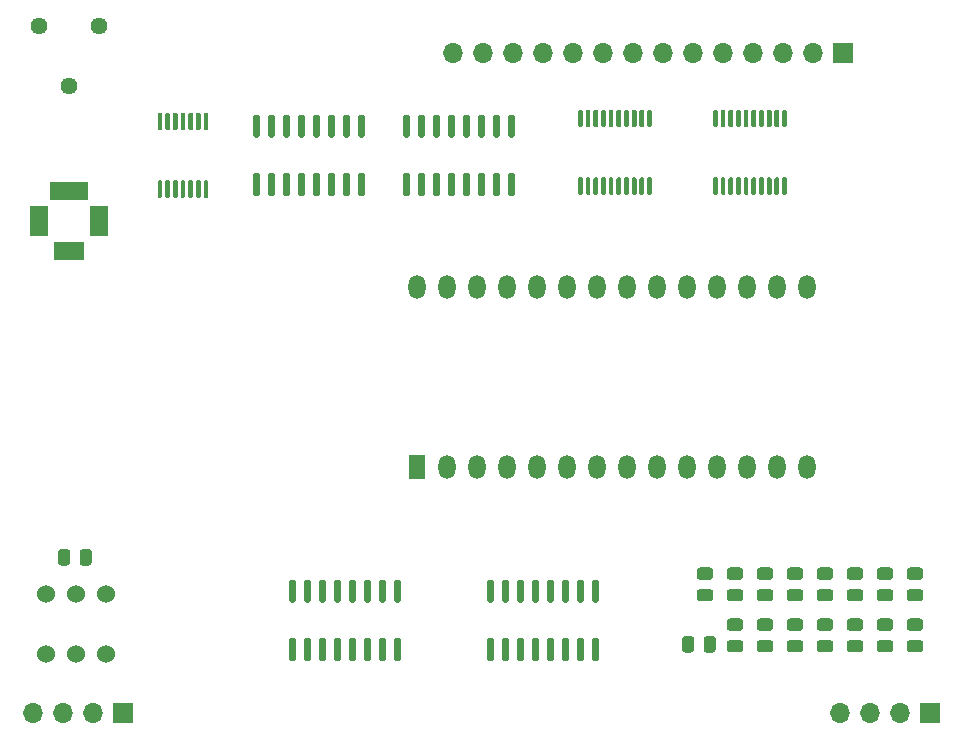
<source format=gbr>
%TF.GenerationSoftware,KiCad,Pcbnew,(5.1.10-1-10_14)*%
%TF.CreationDate,2021-11-12T08:41:43-05:00*%
%TF.ProjectId,audio,61756469-6f2e-46b6-9963-61645f706362,rev?*%
%TF.SameCoordinates,Original*%
%TF.FileFunction,Soldermask,Top*%
%TF.FilePolarity,Negative*%
%FSLAX46Y46*%
G04 Gerber Fmt 4.6, Leading zero omitted, Abs format (unit mm)*
G04 Created by KiCad (PCBNEW (5.1.10-1-10_14)) date 2021-11-12 08:41:43*
%MOMM*%
%LPD*%
G01*
G04 APERTURE LIST*
%ADD10O,1.440000X2.000000*%
%ADD11R,1.440000X2.000000*%
%ADD12O,1.700000X1.700000*%
%ADD13R,1.700000X1.700000*%
%ADD14C,1.524000*%
%ADD15C,1.440000*%
%ADD16R,2.600000X1.500000*%
%ADD17R,3.300000X1.600000*%
%ADD18R,1.500000X2.600000*%
G04 APERTURE END LIST*
D10*
%TO.C,U8*%
X205994000Y-59182000D03*
X205994000Y-74422000D03*
X203454000Y-59182000D03*
X203454000Y-74422000D03*
X200914000Y-59182000D03*
X200914000Y-74422000D03*
X198374000Y-59182000D03*
X198374000Y-74422000D03*
X195834000Y-59182000D03*
X195834000Y-74422000D03*
X193294000Y-59182000D03*
X193294000Y-74422000D03*
X190754000Y-59182000D03*
X190754000Y-74422000D03*
X188214000Y-59182000D03*
X188214000Y-74422000D03*
X185674000Y-59182000D03*
X185674000Y-74422000D03*
X183134000Y-59182000D03*
X183134000Y-74422000D03*
X180594000Y-59182000D03*
X180594000Y-74422000D03*
X178054000Y-59182000D03*
X178054000Y-74422000D03*
X175514000Y-59182000D03*
X175514000Y-74422000D03*
X172974000Y-59182000D03*
D11*
X172974000Y-74422000D03*
%TD*%
%TO.C,U7*%
G36*
G01*
X172235000Y-46506000D02*
X171935000Y-46506000D01*
G75*
G02*
X171785000Y-46356000I0J150000D01*
G01*
X171785000Y-44706000D01*
G75*
G02*
X171935000Y-44556000I150000J0D01*
G01*
X172235000Y-44556000D01*
G75*
G02*
X172385000Y-44706000I0J-150000D01*
G01*
X172385000Y-46356000D01*
G75*
G02*
X172235000Y-46506000I-150000J0D01*
G01*
G37*
G36*
G01*
X173505000Y-46506000D02*
X173205000Y-46506000D01*
G75*
G02*
X173055000Y-46356000I0J150000D01*
G01*
X173055000Y-44706000D01*
G75*
G02*
X173205000Y-44556000I150000J0D01*
G01*
X173505000Y-44556000D01*
G75*
G02*
X173655000Y-44706000I0J-150000D01*
G01*
X173655000Y-46356000D01*
G75*
G02*
X173505000Y-46506000I-150000J0D01*
G01*
G37*
G36*
G01*
X174775000Y-46506000D02*
X174475000Y-46506000D01*
G75*
G02*
X174325000Y-46356000I0J150000D01*
G01*
X174325000Y-44706000D01*
G75*
G02*
X174475000Y-44556000I150000J0D01*
G01*
X174775000Y-44556000D01*
G75*
G02*
X174925000Y-44706000I0J-150000D01*
G01*
X174925000Y-46356000D01*
G75*
G02*
X174775000Y-46506000I-150000J0D01*
G01*
G37*
G36*
G01*
X176045000Y-46506000D02*
X175745000Y-46506000D01*
G75*
G02*
X175595000Y-46356000I0J150000D01*
G01*
X175595000Y-44706000D01*
G75*
G02*
X175745000Y-44556000I150000J0D01*
G01*
X176045000Y-44556000D01*
G75*
G02*
X176195000Y-44706000I0J-150000D01*
G01*
X176195000Y-46356000D01*
G75*
G02*
X176045000Y-46506000I-150000J0D01*
G01*
G37*
G36*
G01*
X177315000Y-46506000D02*
X177015000Y-46506000D01*
G75*
G02*
X176865000Y-46356000I0J150000D01*
G01*
X176865000Y-44706000D01*
G75*
G02*
X177015000Y-44556000I150000J0D01*
G01*
X177315000Y-44556000D01*
G75*
G02*
X177465000Y-44706000I0J-150000D01*
G01*
X177465000Y-46356000D01*
G75*
G02*
X177315000Y-46506000I-150000J0D01*
G01*
G37*
G36*
G01*
X178585000Y-46506000D02*
X178285000Y-46506000D01*
G75*
G02*
X178135000Y-46356000I0J150000D01*
G01*
X178135000Y-44706000D01*
G75*
G02*
X178285000Y-44556000I150000J0D01*
G01*
X178585000Y-44556000D01*
G75*
G02*
X178735000Y-44706000I0J-150000D01*
G01*
X178735000Y-46356000D01*
G75*
G02*
X178585000Y-46506000I-150000J0D01*
G01*
G37*
G36*
G01*
X179855000Y-46506000D02*
X179555000Y-46506000D01*
G75*
G02*
X179405000Y-46356000I0J150000D01*
G01*
X179405000Y-44706000D01*
G75*
G02*
X179555000Y-44556000I150000J0D01*
G01*
X179855000Y-44556000D01*
G75*
G02*
X180005000Y-44706000I0J-150000D01*
G01*
X180005000Y-46356000D01*
G75*
G02*
X179855000Y-46506000I-150000J0D01*
G01*
G37*
G36*
G01*
X181125000Y-46506000D02*
X180825000Y-46506000D01*
G75*
G02*
X180675000Y-46356000I0J150000D01*
G01*
X180675000Y-44706000D01*
G75*
G02*
X180825000Y-44556000I150000J0D01*
G01*
X181125000Y-44556000D01*
G75*
G02*
X181275000Y-44706000I0J-150000D01*
G01*
X181275000Y-46356000D01*
G75*
G02*
X181125000Y-46506000I-150000J0D01*
G01*
G37*
G36*
G01*
X181125000Y-51456000D02*
X180825000Y-51456000D01*
G75*
G02*
X180675000Y-51306000I0J150000D01*
G01*
X180675000Y-49656000D01*
G75*
G02*
X180825000Y-49506000I150000J0D01*
G01*
X181125000Y-49506000D01*
G75*
G02*
X181275000Y-49656000I0J-150000D01*
G01*
X181275000Y-51306000D01*
G75*
G02*
X181125000Y-51456000I-150000J0D01*
G01*
G37*
G36*
G01*
X179855000Y-51456000D02*
X179555000Y-51456000D01*
G75*
G02*
X179405000Y-51306000I0J150000D01*
G01*
X179405000Y-49656000D01*
G75*
G02*
X179555000Y-49506000I150000J0D01*
G01*
X179855000Y-49506000D01*
G75*
G02*
X180005000Y-49656000I0J-150000D01*
G01*
X180005000Y-51306000D01*
G75*
G02*
X179855000Y-51456000I-150000J0D01*
G01*
G37*
G36*
G01*
X178585000Y-51456000D02*
X178285000Y-51456000D01*
G75*
G02*
X178135000Y-51306000I0J150000D01*
G01*
X178135000Y-49656000D01*
G75*
G02*
X178285000Y-49506000I150000J0D01*
G01*
X178585000Y-49506000D01*
G75*
G02*
X178735000Y-49656000I0J-150000D01*
G01*
X178735000Y-51306000D01*
G75*
G02*
X178585000Y-51456000I-150000J0D01*
G01*
G37*
G36*
G01*
X177315000Y-51456000D02*
X177015000Y-51456000D01*
G75*
G02*
X176865000Y-51306000I0J150000D01*
G01*
X176865000Y-49656000D01*
G75*
G02*
X177015000Y-49506000I150000J0D01*
G01*
X177315000Y-49506000D01*
G75*
G02*
X177465000Y-49656000I0J-150000D01*
G01*
X177465000Y-51306000D01*
G75*
G02*
X177315000Y-51456000I-150000J0D01*
G01*
G37*
G36*
G01*
X176045000Y-51456000D02*
X175745000Y-51456000D01*
G75*
G02*
X175595000Y-51306000I0J150000D01*
G01*
X175595000Y-49656000D01*
G75*
G02*
X175745000Y-49506000I150000J0D01*
G01*
X176045000Y-49506000D01*
G75*
G02*
X176195000Y-49656000I0J-150000D01*
G01*
X176195000Y-51306000D01*
G75*
G02*
X176045000Y-51456000I-150000J0D01*
G01*
G37*
G36*
G01*
X174775000Y-51456000D02*
X174475000Y-51456000D01*
G75*
G02*
X174325000Y-51306000I0J150000D01*
G01*
X174325000Y-49656000D01*
G75*
G02*
X174475000Y-49506000I150000J0D01*
G01*
X174775000Y-49506000D01*
G75*
G02*
X174925000Y-49656000I0J-150000D01*
G01*
X174925000Y-51306000D01*
G75*
G02*
X174775000Y-51456000I-150000J0D01*
G01*
G37*
G36*
G01*
X173505000Y-51456000D02*
X173205000Y-51456000D01*
G75*
G02*
X173055000Y-51306000I0J150000D01*
G01*
X173055000Y-49656000D01*
G75*
G02*
X173205000Y-49506000I150000J0D01*
G01*
X173505000Y-49506000D01*
G75*
G02*
X173655000Y-49656000I0J-150000D01*
G01*
X173655000Y-51306000D01*
G75*
G02*
X173505000Y-51456000I-150000J0D01*
G01*
G37*
G36*
G01*
X172235000Y-51456000D02*
X171935000Y-51456000D01*
G75*
G02*
X171785000Y-51306000I0J150000D01*
G01*
X171785000Y-49656000D01*
G75*
G02*
X171935000Y-49506000I150000J0D01*
G01*
X172235000Y-49506000D01*
G75*
G02*
X172385000Y-49656000I0J-150000D01*
G01*
X172385000Y-51306000D01*
G75*
G02*
X172235000Y-51456000I-150000J0D01*
G01*
G37*
%TD*%
%TO.C,U6*%
G36*
G01*
X162583000Y-85876000D02*
X162283000Y-85876000D01*
G75*
G02*
X162133000Y-85726000I0J150000D01*
G01*
X162133000Y-84076000D01*
G75*
G02*
X162283000Y-83926000I150000J0D01*
G01*
X162583000Y-83926000D01*
G75*
G02*
X162733000Y-84076000I0J-150000D01*
G01*
X162733000Y-85726000D01*
G75*
G02*
X162583000Y-85876000I-150000J0D01*
G01*
G37*
G36*
G01*
X163853000Y-85876000D02*
X163553000Y-85876000D01*
G75*
G02*
X163403000Y-85726000I0J150000D01*
G01*
X163403000Y-84076000D01*
G75*
G02*
X163553000Y-83926000I150000J0D01*
G01*
X163853000Y-83926000D01*
G75*
G02*
X164003000Y-84076000I0J-150000D01*
G01*
X164003000Y-85726000D01*
G75*
G02*
X163853000Y-85876000I-150000J0D01*
G01*
G37*
G36*
G01*
X165123000Y-85876000D02*
X164823000Y-85876000D01*
G75*
G02*
X164673000Y-85726000I0J150000D01*
G01*
X164673000Y-84076000D01*
G75*
G02*
X164823000Y-83926000I150000J0D01*
G01*
X165123000Y-83926000D01*
G75*
G02*
X165273000Y-84076000I0J-150000D01*
G01*
X165273000Y-85726000D01*
G75*
G02*
X165123000Y-85876000I-150000J0D01*
G01*
G37*
G36*
G01*
X166393000Y-85876000D02*
X166093000Y-85876000D01*
G75*
G02*
X165943000Y-85726000I0J150000D01*
G01*
X165943000Y-84076000D01*
G75*
G02*
X166093000Y-83926000I150000J0D01*
G01*
X166393000Y-83926000D01*
G75*
G02*
X166543000Y-84076000I0J-150000D01*
G01*
X166543000Y-85726000D01*
G75*
G02*
X166393000Y-85876000I-150000J0D01*
G01*
G37*
G36*
G01*
X167663000Y-85876000D02*
X167363000Y-85876000D01*
G75*
G02*
X167213000Y-85726000I0J150000D01*
G01*
X167213000Y-84076000D01*
G75*
G02*
X167363000Y-83926000I150000J0D01*
G01*
X167663000Y-83926000D01*
G75*
G02*
X167813000Y-84076000I0J-150000D01*
G01*
X167813000Y-85726000D01*
G75*
G02*
X167663000Y-85876000I-150000J0D01*
G01*
G37*
G36*
G01*
X168933000Y-85876000D02*
X168633000Y-85876000D01*
G75*
G02*
X168483000Y-85726000I0J150000D01*
G01*
X168483000Y-84076000D01*
G75*
G02*
X168633000Y-83926000I150000J0D01*
G01*
X168933000Y-83926000D01*
G75*
G02*
X169083000Y-84076000I0J-150000D01*
G01*
X169083000Y-85726000D01*
G75*
G02*
X168933000Y-85876000I-150000J0D01*
G01*
G37*
G36*
G01*
X170203000Y-85876000D02*
X169903000Y-85876000D01*
G75*
G02*
X169753000Y-85726000I0J150000D01*
G01*
X169753000Y-84076000D01*
G75*
G02*
X169903000Y-83926000I150000J0D01*
G01*
X170203000Y-83926000D01*
G75*
G02*
X170353000Y-84076000I0J-150000D01*
G01*
X170353000Y-85726000D01*
G75*
G02*
X170203000Y-85876000I-150000J0D01*
G01*
G37*
G36*
G01*
X171473000Y-85876000D02*
X171173000Y-85876000D01*
G75*
G02*
X171023000Y-85726000I0J150000D01*
G01*
X171023000Y-84076000D01*
G75*
G02*
X171173000Y-83926000I150000J0D01*
G01*
X171473000Y-83926000D01*
G75*
G02*
X171623000Y-84076000I0J-150000D01*
G01*
X171623000Y-85726000D01*
G75*
G02*
X171473000Y-85876000I-150000J0D01*
G01*
G37*
G36*
G01*
X171473000Y-90826000D02*
X171173000Y-90826000D01*
G75*
G02*
X171023000Y-90676000I0J150000D01*
G01*
X171023000Y-89026000D01*
G75*
G02*
X171173000Y-88876000I150000J0D01*
G01*
X171473000Y-88876000D01*
G75*
G02*
X171623000Y-89026000I0J-150000D01*
G01*
X171623000Y-90676000D01*
G75*
G02*
X171473000Y-90826000I-150000J0D01*
G01*
G37*
G36*
G01*
X170203000Y-90826000D02*
X169903000Y-90826000D01*
G75*
G02*
X169753000Y-90676000I0J150000D01*
G01*
X169753000Y-89026000D01*
G75*
G02*
X169903000Y-88876000I150000J0D01*
G01*
X170203000Y-88876000D01*
G75*
G02*
X170353000Y-89026000I0J-150000D01*
G01*
X170353000Y-90676000D01*
G75*
G02*
X170203000Y-90826000I-150000J0D01*
G01*
G37*
G36*
G01*
X168933000Y-90826000D02*
X168633000Y-90826000D01*
G75*
G02*
X168483000Y-90676000I0J150000D01*
G01*
X168483000Y-89026000D01*
G75*
G02*
X168633000Y-88876000I150000J0D01*
G01*
X168933000Y-88876000D01*
G75*
G02*
X169083000Y-89026000I0J-150000D01*
G01*
X169083000Y-90676000D01*
G75*
G02*
X168933000Y-90826000I-150000J0D01*
G01*
G37*
G36*
G01*
X167663000Y-90826000D02*
X167363000Y-90826000D01*
G75*
G02*
X167213000Y-90676000I0J150000D01*
G01*
X167213000Y-89026000D01*
G75*
G02*
X167363000Y-88876000I150000J0D01*
G01*
X167663000Y-88876000D01*
G75*
G02*
X167813000Y-89026000I0J-150000D01*
G01*
X167813000Y-90676000D01*
G75*
G02*
X167663000Y-90826000I-150000J0D01*
G01*
G37*
G36*
G01*
X166393000Y-90826000D02*
X166093000Y-90826000D01*
G75*
G02*
X165943000Y-90676000I0J150000D01*
G01*
X165943000Y-89026000D01*
G75*
G02*
X166093000Y-88876000I150000J0D01*
G01*
X166393000Y-88876000D01*
G75*
G02*
X166543000Y-89026000I0J-150000D01*
G01*
X166543000Y-90676000D01*
G75*
G02*
X166393000Y-90826000I-150000J0D01*
G01*
G37*
G36*
G01*
X165123000Y-90826000D02*
X164823000Y-90826000D01*
G75*
G02*
X164673000Y-90676000I0J150000D01*
G01*
X164673000Y-89026000D01*
G75*
G02*
X164823000Y-88876000I150000J0D01*
G01*
X165123000Y-88876000D01*
G75*
G02*
X165273000Y-89026000I0J-150000D01*
G01*
X165273000Y-90676000D01*
G75*
G02*
X165123000Y-90826000I-150000J0D01*
G01*
G37*
G36*
G01*
X163853000Y-90826000D02*
X163553000Y-90826000D01*
G75*
G02*
X163403000Y-90676000I0J150000D01*
G01*
X163403000Y-89026000D01*
G75*
G02*
X163553000Y-88876000I150000J0D01*
G01*
X163853000Y-88876000D01*
G75*
G02*
X164003000Y-89026000I0J-150000D01*
G01*
X164003000Y-90676000D01*
G75*
G02*
X163853000Y-90826000I-150000J0D01*
G01*
G37*
G36*
G01*
X162583000Y-90826000D02*
X162283000Y-90826000D01*
G75*
G02*
X162133000Y-90676000I0J150000D01*
G01*
X162133000Y-89026000D01*
G75*
G02*
X162283000Y-88876000I150000J0D01*
G01*
X162583000Y-88876000D01*
G75*
G02*
X162733000Y-89026000I0J-150000D01*
G01*
X162733000Y-90676000D01*
G75*
G02*
X162583000Y-90826000I-150000J0D01*
G01*
G37*
%TD*%
%TO.C,U5*%
G36*
G01*
X151312000Y-45881000D02*
X151112000Y-45881000D01*
G75*
G02*
X151012000Y-45781000I0J100000D01*
G01*
X151012000Y-44506000D01*
G75*
G02*
X151112000Y-44406000I100000J0D01*
G01*
X151312000Y-44406000D01*
G75*
G02*
X151412000Y-44506000I0J-100000D01*
G01*
X151412000Y-45781000D01*
G75*
G02*
X151312000Y-45881000I-100000J0D01*
G01*
G37*
G36*
G01*
X151962000Y-45881000D02*
X151762000Y-45881000D01*
G75*
G02*
X151662000Y-45781000I0J100000D01*
G01*
X151662000Y-44506000D01*
G75*
G02*
X151762000Y-44406000I100000J0D01*
G01*
X151962000Y-44406000D01*
G75*
G02*
X152062000Y-44506000I0J-100000D01*
G01*
X152062000Y-45781000D01*
G75*
G02*
X151962000Y-45881000I-100000J0D01*
G01*
G37*
G36*
G01*
X152612000Y-45881000D02*
X152412000Y-45881000D01*
G75*
G02*
X152312000Y-45781000I0J100000D01*
G01*
X152312000Y-44506000D01*
G75*
G02*
X152412000Y-44406000I100000J0D01*
G01*
X152612000Y-44406000D01*
G75*
G02*
X152712000Y-44506000I0J-100000D01*
G01*
X152712000Y-45781000D01*
G75*
G02*
X152612000Y-45881000I-100000J0D01*
G01*
G37*
G36*
G01*
X153262000Y-45881000D02*
X153062000Y-45881000D01*
G75*
G02*
X152962000Y-45781000I0J100000D01*
G01*
X152962000Y-44506000D01*
G75*
G02*
X153062000Y-44406000I100000J0D01*
G01*
X153262000Y-44406000D01*
G75*
G02*
X153362000Y-44506000I0J-100000D01*
G01*
X153362000Y-45781000D01*
G75*
G02*
X153262000Y-45881000I-100000J0D01*
G01*
G37*
G36*
G01*
X153912000Y-45881000D02*
X153712000Y-45881000D01*
G75*
G02*
X153612000Y-45781000I0J100000D01*
G01*
X153612000Y-44506000D01*
G75*
G02*
X153712000Y-44406000I100000J0D01*
G01*
X153912000Y-44406000D01*
G75*
G02*
X154012000Y-44506000I0J-100000D01*
G01*
X154012000Y-45781000D01*
G75*
G02*
X153912000Y-45881000I-100000J0D01*
G01*
G37*
G36*
G01*
X154562000Y-45881000D02*
X154362000Y-45881000D01*
G75*
G02*
X154262000Y-45781000I0J100000D01*
G01*
X154262000Y-44506000D01*
G75*
G02*
X154362000Y-44406000I100000J0D01*
G01*
X154562000Y-44406000D01*
G75*
G02*
X154662000Y-44506000I0J-100000D01*
G01*
X154662000Y-45781000D01*
G75*
G02*
X154562000Y-45881000I-100000J0D01*
G01*
G37*
G36*
G01*
X155212000Y-45881000D02*
X155012000Y-45881000D01*
G75*
G02*
X154912000Y-45781000I0J100000D01*
G01*
X154912000Y-44506000D01*
G75*
G02*
X155012000Y-44406000I100000J0D01*
G01*
X155212000Y-44406000D01*
G75*
G02*
X155312000Y-44506000I0J-100000D01*
G01*
X155312000Y-45781000D01*
G75*
G02*
X155212000Y-45881000I-100000J0D01*
G01*
G37*
G36*
G01*
X155212000Y-51606000D02*
X155012000Y-51606000D01*
G75*
G02*
X154912000Y-51506000I0J100000D01*
G01*
X154912000Y-50231000D01*
G75*
G02*
X155012000Y-50131000I100000J0D01*
G01*
X155212000Y-50131000D01*
G75*
G02*
X155312000Y-50231000I0J-100000D01*
G01*
X155312000Y-51506000D01*
G75*
G02*
X155212000Y-51606000I-100000J0D01*
G01*
G37*
G36*
G01*
X154562000Y-51606000D02*
X154362000Y-51606000D01*
G75*
G02*
X154262000Y-51506000I0J100000D01*
G01*
X154262000Y-50231000D01*
G75*
G02*
X154362000Y-50131000I100000J0D01*
G01*
X154562000Y-50131000D01*
G75*
G02*
X154662000Y-50231000I0J-100000D01*
G01*
X154662000Y-51506000D01*
G75*
G02*
X154562000Y-51606000I-100000J0D01*
G01*
G37*
G36*
G01*
X153912000Y-51606000D02*
X153712000Y-51606000D01*
G75*
G02*
X153612000Y-51506000I0J100000D01*
G01*
X153612000Y-50231000D01*
G75*
G02*
X153712000Y-50131000I100000J0D01*
G01*
X153912000Y-50131000D01*
G75*
G02*
X154012000Y-50231000I0J-100000D01*
G01*
X154012000Y-51506000D01*
G75*
G02*
X153912000Y-51606000I-100000J0D01*
G01*
G37*
G36*
G01*
X153262000Y-51606000D02*
X153062000Y-51606000D01*
G75*
G02*
X152962000Y-51506000I0J100000D01*
G01*
X152962000Y-50231000D01*
G75*
G02*
X153062000Y-50131000I100000J0D01*
G01*
X153262000Y-50131000D01*
G75*
G02*
X153362000Y-50231000I0J-100000D01*
G01*
X153362000Y-51506000D01*
G75*
G02*
X153262000Y-51606000I-100000J0D01*
G01*
G37*
G36*
G01*
X152612000Y-51606000D02*
X152412000Y-51606000D01*
G75*
G02*
X152312000Y-51506000I0J100000D01*
G01*
X152312000Y-50231000D01*
G75*
G02*
X152412000Y-50131000I100000J0D01*
G01*
X152612000Y-50131000D01*
G75*
G02*
X152712000Y-50231000I0J-100000D01*
G01*
X152712000Y-51506000D01*
G75*
G02*
X152612000Y-51606000I-100000J0D01*
G01*
G37*
G36*
G01*
X151962000Y-51606000D02*
X151762000Y-51606000D01*
G75*
G02*
X151662000Y-51506000I0J100000D01*
G01*
X151662000Y-50231000D01*
G75*
G02*
X151762000Y-50131000I100000J0D01*
G01*
X151962000Y-50131000D01*
G75*
G02*
X152062000Y-50231000I0J-100000D01*
G01*
X152062000Y-51506000D01*
G75*
G02*
X151962000Y-51606000I-100000J0D01*
G01*
G37*
G36*
G01*
X151312000Y-51606000D02*
X151112000Y-51606000D01*
G75*
G02*
X151012000Y-51506000I0J100000D01*
G01*
X151012000Y-50231000D01*
G75*
G02*
X151112000Y-50131000I100000J0D01*
G01*
X151312000Y-50131000D01*
G75*
G02*
X151412000Y-50231000I0J-100000D01*
G01*
X151412000Y-51506000D01*
G75*
G02*
X151312000Y-51606000I-100000J0D01*
G01*
G37*
%TD*%
%TO.C,U4*%
G36*
G01*
X179347000Y-85876000D02*
X179047000Y-85876000D01*
G75*
G02*
X178897000Y-85726000I0J150000D01*
G01*
X178897000Y-84076000D01*
G75*
G02*
X179047000Y-83926000I150000J0D01*
G01*
X179347000Y-83926000D01*
G75*
G02*
X179497000Y-84076000I0J-150000D01*
G01*
X179497000Y-85726000D01*
G75*
G02*
X179347000Y-85876000I-150000J0D01*
G01*
G37*
G36*
G01*
X180617000Y-85876000D02*
X180317000Y-85876000D01*
G75*
G02*
X180167000Y-85726000I0J150000D01*
G01*
X180167000Y-84076000D01*
G75*
G02*
X180317000Y-83926000I150000J0D01*
G01*
X180617000Y-83926000D01*
G75*
G02*
X180767000Y-84076000I0J-150000D01*
G01*
X180767000Y-85726000D01*
G75*
G02*
X180617000Y-85876000I-150000J0D01*
G01*
G37*
G36*
G01*
X181887000Y-85876000D02*
X181587000Y-85876000D01*
G75*
G02*
X181437000Y-85726000I0J150000D01*
G01*
X181437000Y-84076000D01*
G75*
G02*
X181587000Y-83926000I150000J0D01*
G01*
X181887000Y-83926000D01*
G75*
G02*
X182037000Y-84076000I0J-150000D01*
G01*
X182037000Y-85726000D01*
G75*
G02*
X181887000Y-85876000I-150000J0D01*
G01*
G37*
G36*
G01*
X183157000Y-85876000D02*
X182857000Y-85876000D01*
G75*
G02*
X182707000Y-85726000I0J150000D01*
G01*
X182707000Y-84076000D01*
G75*
G02*
X182857000Y-83926000I150000J0D01*
G01*
X183157000Y-83926000D01*
G75*
G02*
X183307000Y-84076000I0J-150000D01*
G01*
X183307000Y-85726000D01*
G75*
G02*
X183157000Y-85876000I-150000J0D01*
G01*
G37*
G36*
G01*
X184427000Y-85876000D02*
X184127000Y-85876000D01*
G75*
G02*
X183977000Y-85726000I0J150000D01*
G01*
X183977000Y-84076000D01*
G75*
G02*
X184127000Y-83926000I150000J0D01*
G01*
X184427000Y-83926000D01*
G75*
G02*
X184577000Y-84076000I0J-150000D01*
G01*
X184577000Y-85726000D01*
G75*
G02*
X184427000Y-85876000I-150000J0D01*
G01*
G37*
G36*
G01*
X185697000Y-85876000D02*
X185397000Y-85876000D01*
G75*
G02*
X185247000Y-85726000I0J150000D01*
G01*
X185247000Y-84076000D01*
G75*
G02*
X185397000Y-83926000I150000J0D01*
G01*
X185697000Y-83926000D01*
G75*
G02*
X185847000Y-84076000I0J-150000D01*
G01*
X185847000Y-85726000D01*
G75*
G02*
X185697000Y-85876000I-150000J0D01*
G01*
G37*
G36*
G01*
X186967000Y-85876000D02*
X186667000Y-85876000D01*
G75*
G02*
X186517000Y-85726000I0J150000D01*
G01*
X186517000Y-84076000D01*
G75*
G02*
X186667000Y-83926000I150000J0D01*
G01*
X186967000Y-83926000D01*
G75*
G02*
X187117000Y-84076000I0J-150000D01*
G01*
X187117000Y-85726000D01*
G75*
G02*
X186967000Y-85876000I-150000J0D01*
G01*
G37*
G36*
G01*
X188237000Y-85876000D02*
X187937000Y-85876000D01*
G75*
G02*
X187787000Y-85726000I0J150000D01*
G01*
X187787000Y-84076000D01*
G75*
G02*
X187937000Y-83926000I150000J0D01*
G01*
X188237000Y-83926000D01*
G75*
G02*
X188387000Y-84076000I0J-150000D01*
G01*
X188387000Y-85726000D01*
G75*
G02*
X188237000Y-85876000I-150000J0D01*
G01*
G37*
G36*
G01*
X188237000Y-90826000D02*
X187937000Y-90826000D01*
G75*
G02*
X187787000Y-90676000I0J150000D01*
G01*
X187787000Y-89026000D01*
G75*
G02*
X187937000Y-88876000I150000J0D01*
G01*
X188237000Y-88876000D01*
G75*
G02*
X188387000Y-89026000I0J-150000D01*
G01*
X188387000Y-90676000D01*
G75*
G02*
X188237000Y-90826000I-150000J0D01*
G01*
G37*
G36*
G01*
X186967000Y-90826000D02*
X186667000Y-90826000D01*
G75*
G02*
X186517000Y-90676000I0J150000D01*
G01*
X186517000Y-89026000D01*
G75*
G02*
X186667000Y-88876000I150000J0D01*
G01*
X186967000Y-88876000D01*
G75*
G02*
X187117000Y-89026000I0J-150000D01*
G01*
X187117000Y-90676000D01*
G75*
G02*
X186967000Y-90826000I-150000J0D01*
G01*
G37*
G36*
G01*
X185697000Y-90826000D02*
X185397000Y-90826000D01*
G75*
G02*
X185247000Y-90676000I0J150000D01*
G01*
X185247000Y-89026000D01*
G75*
G02*
X185397000Y-88876000I150000J0D01*
G01*
X185697000Y-88876000D01*
G75*
G02*
X185847000Y-89026000I0J-150000D01*
G01*
X185847000Y-90676000D01*
G75*
G02*
X185697000Y-90826000I-150000J0D01*
G01*
G37*
G36*
G01*
X184427000Y-90826000D02*
X184127000Y-90826000D01*
G75*
G02*
X183977000Y-90676000I0J150000D01*
G01*
X183977000Y-89026000D01*
G75*
G02*
X184127000Y-88876000I150000J0D01*
G01*
X184427000Y-88876000D01*
G75*
G02*
X184577000Y-89026000I0J-150000D01*
G01*
X184577000Y-90676000D01*
G75*
G02*
X184427000Y-90826000I-150000J0D01*
G01*
G37*
G36*
G01*
X183157000Y-90826000D02*
X182857000Y-90826000D01*
G75*
G02*
X182707000Y-90676000I0J150000D01*
G01*
X182707000Y-89026000D01*
G75*
G02*
X182857000Y-88876000I150000J0D01*
G01*
X183157000Y-88876000D01*
G75*
G02*
X183307000Y-89026000I0J-150000D01*
G01*
X183307000Y-90676000D01*
G75*
G02*
X183157000Y-90826000I-150000J0D01*
G01*
G37*
G36*
G01*
X181887000Y-90826000D02*
X181587000Y-90826000D01*
G75*
G02*
X181437000Y-90676000I0J150000D01*
G01*
X181437000Y-89026000D01*
G75*
G02*
X181587000Y-88876000I150000J0D01*
G01*
X181887000Y-88876000D01*
G75*
G02*
X182037000Y-89026000I0J-150000D01*
G01*
X182037000Y-90676000D01*
G75*
G02*
X181887000Y-90826000I-150000J0D01*
G01*
G37*
G36*
G01*
X180617000Y-90826000D02*
X180317000Y-90826000D01*
G75*
G02*
X180167000Y-90676000I0J150000D01*
G01*
X180167000Y-89026000D01*
G75*
G02*
X180317000Y-88876000I150000J0D01*
G01*
X180617000Y-88876000D01*
G75*
G02*
X180767000Y-89026000I0J-150000D01*
G01*
X180767000Y-90676000D01*
G75*
G02*
X180617000Y-90826000I-150000J0D01*
G01*
G37*
G36*
G01*
X179347000Y-90826000D02*
X179047000Y-90826000D01*
G75*
G02*
X178897000Y-90676000I0J150000D01*
G01*
X178897000Y-89026000D01*
G75*
G02*
X179047000Y-88876000I150000J0D01*
G01*
X179347000Y-88876000D01*
G75*
G02*
X179497000Y-89026000I0J-150000D01*
G01*
X179497000Y-90676000D01*
G75*
G02*
X179347000Y-90826000I-150000J0D01*
G01*
G37*
%TD*%
%TO.C,U3*%
G36*
G01*
X159535000Y-46506000D02*
X159235000Y-46506000D01*
G75*
G02*
X159085000Y-46356000I0J150000D01*
G01*
X159085000Y-44706000D01*
G75*
G02*
X159235000Y-44556000I150000J0D01*
G01*
X159535000Y-44556000D01*
G75*
G02*
X159685000Y-44706000I0J-150000D01*
G01*
X159685000Y-46356000D01*
G75*
G02*
X159535000Y-46506000I-150000J0D01*
G01*
G37*
G36*
G01*
X160805000Y-46506000D02*
X160505000Y-46506000D01*
G75*
G02*
X160355000Y-46356000I0J150000D01*
G01*
X160355000Y-44706000D01*
G75*
G02*
X160505000Y-44556000I150000J0D01*
G01*
X160805000Y-44556000D01*
G75*
G02*
X160955000Y-44706000I0J-150000D01*
G01*
X160955000Y-46356000D01*
G75*
G02*
X160805000Y-46506000I-150000J0D01*
G01*
G37*
G36*
G01*
X162075000Y-46506000D02*
X161775000Y-46506000D01*
G75*
G02*
X161625000Y-46356000I0J150000D01*
G01*
X161625000Y-44706000D01*
G75*
G02*
X161775000Y-44556000I150000J0D01*
G01*
X162075000Y-44556000D01*
G75*
G02*
X162225000Y-44706000I0J-150000D01*
G01*
X162225000Y-46356000D01*
G75*
G02*
X162075000Y-46506000I-150000J0D01*
G01*
G37*
G36*
G01*
X163345000Y-46506000D02*
X163045000Y-46506000D01*
G75*
G02*
X162895000Y-46356000I0J150000D01*
G01*
X162895000Y-44706000D01*
G75*
G02*
X163045000Y-44556000I150000J0D01*
G01*
X163345000Y-44556000D01*
G75*
G02*
X163495000Y-44706000I0J-150000D01*
G01*
X163495000Y-46356000D01*
G75*
G02*
X163345000Y-46506000I-150000J0D01*
G01*
G37*
G36*
G01*
X164615000Y-46506000D02*
X164315000Y-46506000D01*
G75*
G02*
X164165000Y-46356000I0J150000D01*
G01*
X164165000Y-44706000D01*
G75*
G02*
X164315000Y-44556000I150000J0D01*
G01*
X164615000Y-44556000D01*
G75*
G02*
X164765000Y-44706000I0J-150000D01*
G01*
X164765000Y-46356000D01*
G75*
G02*
X164615000Y-46506000I-150000J0D01*
G01*
G37*
G36*
G01*
X165885000Y-46506000D02*
X165585000Y-46506000D01*
G75*
G02*
X165435000Y-46356000I0J150000D01*
G01*
X165435000Y-44706000D01*
G75*
G02*
X165585000Y-44556000I150000J0D01*
G01*
X165885000Y-44556000D01*
G75*
G02*
X166035000Y-44706000I0J-150000D01*
G01*
X166035000Y-46356000D01*
G75*
G02*
X165885000Y-46506000I-150000J0D01*
G01*
G37*
G36*
G01*
X167155000Y-46506000D02*
X166855000Y-46506000D01*
G75*
G02*
X166705000Y-46356000I0J150000D01*
G01*
X166705000Y-44706000D01*
G75*
G02*
X166855000Y-44556000I150000J0D01*
G01*
X167155000Y-44556000D01*
G75*
G02*
X167305000Y-44706000I0J-150000D01*
G01*
X167305000Y-46356000D01*
G75*
G02*
X167155000Y-46506000I-150000J0D01*
G01*
G37*
G36*
G01*
X168425000Y-46506000D02*
X168125000Y-46506000D01*
G75*
G02*
X167975000Y-46356000I0J150000D01*
G01*
X167975000Y-44706000D01*
G75*
G02*
X168125000Y-44556000I150000J0D01*
G01*
X168425000Y-44556000D01*
G75*
G02*
X168575000Y-44706000I0J-150000D01*
G01*
X168575000Y-46356000D01*
G75*
G02*
X168425000Y-46506000I-150000J0D01*
G01*
G37*
G36*
G01*
X168425000Y-51456000D02*
X168125000Y-51456000D01*
G75*
G02*
X167975000Y-51306000I0J150000D01*
G01*
X167975000Y-49656000D01*
G75*
G02*
X168125000Y-49506000I150000J0D01*
G01*
X168425000Y-49506000D01*
G75*
G02*
X168575000Y-49656000I0J-150000D01*
G01*
X168575000Y-51306000D01*
G75*
G02*
X168425000Y-51456000I-150000J0D01*
G01*
G37*
G36*
G01*
X167155000Y-51456000D02*
X166855000Y-51456000D01*
G75*
G02*
X166705000Y-51306000I0J150000D01*
G01*
X166705000Y-49656000D01*
G75*
G02*
X166855000Y-49506000I150000J0D01*
G01*
X167155000Y-49506000D01*
G75*
G02*
X167305000Y-49656000I0J-150000D01*
G01*
X167305000Y-51306000D01*
G75*
G02*
X167155000Y-51456000I-150000J0D01*
G01*
G37*
G36*
G01*
X165885000Y-51456000D02*
X165585000Y-51456000D01*
G75*
G02*
X165435000Y-51306000I0J150000D01*
G01*
X165435000Y-49656000D01*
G75*
G02*
X165585000Y-49506000I150000J0D01*
G01*
X165885000Y-49506000D01*
G75*
G02*
X166035000Y-49656000I0J-150000D01*
G01*
X166035000Y-51306000D01*
G75*
G02*
X165885000Y-51456000I-150000J0D01*
G01*
G37*
G36*
G01*
X164615000Y-51456000D02*
X164315000Y-51456000D01*
G75*
G02*
X164165000Y-51306000I0J150000D01*
G01*
X164165000Y-49656000D01*
G75*
G02*
X164315000Y-49506000I150000J0D01*
G01*
X164615000Y-49506000D01*
G75*
G02*
X164765000Y-49656000I0J-150000D01*
G01*
X164765000Y-51306000D01*
G75*
G02*
X164615000Y-51456000I-150000J0D01*
G01*
G37*
G36*
G01*
X163345000Y-51456000D02*
X163045000Y-51456000D01*
G75*
G02*
X162895000Y-51306000I0J150000D01*
G01*
X162895000Y-49656000D01*
G75*
G02*
X163045000Y-49506000I150000J0D01*
G01*
X163345000Y-49506000D01*
G75*
G02*
X163495000Y-49656000I0J-150000D01*
G01*
X163495000Y-51306000D01*
G75*
G02*
X163345000Y-51456000I-150000J0D01*
G01*
G37*
G36*
G01*
X162075000Y-51456000D02*
X161775000Y-51456000D01*
G75*
G02*
X161625000Y-51306000I0J150000D01*
G01*
X161625000Y-49656000D01*
G75*
G02*
X161775000Y-49506000I150000J0D01*
G01*
X162075000Y-49506000D01*
G75*
G02*
X162225000Y-49656000I0J-150000D01*
G01*
X162225000Y-51306000D01*
G75*
G02*
X162075000Y-51456000I-150000J0D01*
G01*
G37*
G36*
G01*
X160805000Y-51456000D02*
X160505000Y-51456000D01*
G75*
G02*
X160355000Y-51306000I0J150000D01*
G01*
X160355000Y-49656000D01*
G75*
G02*
X160505000Y-49506000I150000J0D01*
G01*
X160805000Y-49506000D01*
G75*
G02*
X160955000Y-49656000I0J-150000D01*
G01*
X160955000Y-51306000D01*
G75*
G02*
X160805000Y-51456000I-150000J0D01*
G01*
G37*
G36*
G01*
X159535000Y-51456000D02*
X159235000Y-51456000D01*
G75*
G02*
X159085000Y-51306000I0J150000D01*
G01*
X159085000Y-49656000D01*
G75*
G02*
X159235000Y-49506000I150000J0D01*
G01*
X159535000Y-49506000D01*
G75*
G02*
X159685000Y-49656000I0J-150000D01*
G01*
X159685000Y-51306000D01*
G75*
G02*
X159535000Y-51456000I-150000J0D01*
G01*
G37*
%TD*%
%TO.C,U2*%
G36*
G01*
X186913000Y-45627000D02*
X186713000Y-45627000D01*
G75*
G02*
X186613000Y-45527000I0J100000D01*
G01*
X186613000Y-44252000D01*
G75*
G02*
X186713000Y-44152000I100000J0D01*
G01*
X186913000Y-44152000D01*
G75*
G02*
X187013000Y-44252000I0J-100000D01*
G01*
X187013000Y-45527000D01*
G75*
G02*
X186913000Y-45627000I-100000J0D01*
G01*
G37*
G36*
G01*
X187563000Y-45627000D02*
X187363000Y-45627000D01*
G75*
G02*
X187263000Y-45527000I0J100000D01*
G01*
X187263000Y-44252000D01*
G75*
G02*
X187363000Y-44152000I100000J0D01*
G01*
X187563000Y-44152000D01*
G75*
G02*
X187663000Y-44252000I0J-100000D01*
G01*
X187663000Y-45527000D01*
G75*
G02*
X187563000Y-45627000I-100000J0D01*
G01*
G37*
G36*
G01*
X188213000Y-45627000D02*
X188013000Y-45627000D01*
G75*
G02*
X187913000Y-45527000I0J100000D01*
G01*
X187913000Y-44252000D01*
G75*
G02*
X188013000Y-44152000I100000J0D01*
G01*
X188213000Y-44152000D01*
G75*
G02*
X188313000Y-44252000I0J-100000D01*
G01*
X188313000Y-45527000D01*
G75*
G02*
X188213000Y-45627000I-100000J0D01*
G01*
G37*
G36*
G01*
X188863000Y-45627000D02*
X188663000Y-45627000D01*
G75*
G02*
X188563000Y-45527000I0J100000D01*
G01*
X188563000Y-44252000D01*
G75*
G02*
X188663000Y-44152000I100000J0D01*
G01*
X188863000Y-44152000D01*
G75*
G02*
X188963000Y-44252000I0J-100000D01*
G01*
X188963000Y-45527000D01*
G75*
G02*
X188863000Y-45627000I-100000J0D01*
G01*
G37*
G36*
G01*
X189513000Y-45627000D02*
X189313000Y-45627000D01*
G75*
G02*
X189213000Y-45527000I0J100000D01*
G01*
X189213000Y-44252000D01*
G75*
G02*
X189313000Y-44152000I100000J0D01*
G01*
X189513000Y-44152000D01*
G75*
G02*
X189613000Y-44252000I0J-100000D01*
G01*
X189613000Y-45527000D01*
G75*
G02*
X189513000Y-45627000I-100000J0D01*
G01*
G37*
G36*
G01*
X190163000Y-45627000D02*
X189963000Y-45627000D01*
G75*
G02*
X189863000Y-45527000I0J100000D01*
G01*
X189863000Y-44252000D01*
G75*
G02*
X189963000Y-44152000I100000J0D01*
G01*
X190163000Y-44152000D01*
G75*
G02*
X190263000Y-44252000I0J-100000D01*
G01*
X190263000Y-45527000D01*
G75*
G02*
X190163000Y-45627000I-100000J0D01*
G01*
G37*
G36*
G01*
X190813000Y-45627000D02*
X190613000Y-45627000D01*
G75*
G02*
X190513000Y-45527000I0J100000D01*
G01*
X190513000Y-44252000D01*
G75*
G02*
X190613000Y-44152000I100000J0D01*
G01*
X190813000Y-44152000D01*
G75*
G02*
X190913000Y-44252000I0J-100000D01*
G01*
X190913000Y-45527000D01*
G75*
G02*
X190813000Y-45627000I-100000J0D01*
G01*
G37*
G36*
G01*
X191463000Y-45627000D02*
X191263000Y-45627000D01*
G75*
G02*
X191163000Y-45527000I0J100000D01*
G01*
X191163000Y-44252000D01*
G75*
G02*
X191263000Y-44152000I100000J0D01*
G01*
X191463000Y-44152000D01*
G75*
G02*
X191563000Y-44252000I0J-100000D01*
G01*
X191563000Y-45527000D01*
G75*
G02*
X191463000Y-45627000I-100000J0D01*
G01*
G37*
G36*
G01*
X192113000Y-45627000D02*
X191913000Y-45627000D01*
G75*
G02*
X191813000Y-45527000I0J100000D01*
G01*
X191813000Y-44252000D01*
G75*
G02*
X191913000Y-44152000I100000J0D01*
G01*
X192113000Y-44152000D01*
G75*
G02*
X192213000Y-44252000I0J-100000D01*
G01*
X192213000Y-45527000D01*
G75*
G02*
X192113000Y-45627000I-100000J0D01*
G01*
G37*
G36*
G01*
X192763000Y-45627000D02*
X192563000Y-45627000D01*
G75*
G02*
X192463000Y-45527000I0J100000D01*
G01*
X192463000Y-44252000D01*
G75*
G02*
X192563000Y-44152000I100000J0D01*
G01*
X192763000Y-44152000D01*
G75*
G02*
X192863000Y-44252000I0J-100000D01*
G01*
X192863000Y-45527000D01*
G75*
G02*
X192763000Y-45627000I-100000J0D01*
G01*
G37*
G36*
G01*
X192763000Y-51352000D02*
X192563000Y-51352000D01*
G75*
G02*
X192463000Y-51252000I0J100000D01*
G01*
X192463000Y-49977000D01*
G75*
G02*
X192563000Y-49877000I100000J0D01*
G01*
X192763000Y-49877000D01*
G75*
G02*
X192863000Y-49977000I0J-100000D01*
G01*
X192863000Y-51252000D01*
G75*
G02*
X192763000Y-51352000I-100000J0D01*
G01*
G37*
G36*
G01*
X192113000Y-51352000D02*
X191913000Y-51352000D01*
G75*
G02*
X191813000Y-51252000I0J100000D01*
G01*
X191813000Y-49977000D01*
G75*
G02*
X191913000Y-49877000I100000J0D01*
G01*
X192113000Y-49877000D01*
G75*
G02*
X192213000Y-49977000I0J-100000D01*
G01*
X192213000Y-51252000D01*
G75*
G02*
X192113000Y-51352000I-100000J0D01*
G01*
G37*
G36*
G01*
X191463000Y-51352000D02*
X191263000Y-51352000D01*
G75*
G02*
X191163000Y-51252000I0J100000D01*
G01*
X191163000Y-49977000D01*
G75*
G02*
X191263000Y-49877000I100000J0D01*
G01*
X191463000Y-49877000D01*
G75*
G02*
X191563000Y-49977000I0J-100000D01*
G01*
X191563000Y-51252000D01*
G75*
G02*
X191463000Y-51352000I-100000J0D01*
G01*
G37*
G36*
G01*
X190813000Y-51352000D02*
X190613000Y-51352000D01*
G75*
G02*
X190513000Y-51252000I0J100000D01*
G01*
X190513000Y-49977000D01*
G75*
G02*
X190613000Y-49877000I100000J0D01*
G01*
X190813000Y-49877000D01*
G75*
G02*
X190913000Y-49977000I0J-100000D01*
G01*
X190913000Y-51252000D01*
G75*
G02*
X190813000Y-51352000I-100000J0D01*
G01*
G37*
G36*
G01*
X190163000Y-51352000D02*
X189963000Y-51352000D01*
G75*
G02*
X189863000Y-51252000I0J100000D01*
G01*
X189863000Y-49977000D01*
G75*
G02*
X189963000Y-49877000I100000J0D01*
G01*
X190163000Y-49877000D01*
G75*
G02*
X190263000Y-49977000I0J-100000D01*
G01*
X190263000Y-51252000D01*
G75*
G02*
X190163000Y-51352000I-100000J0D01*
G01*
G37*
G36*
G01*
X189513000Y-51352000D02*
X189313000Y-51352000D01*
G75*
G02*
X189213000Y-51252000I0J100000D01*
G01*
X189213000Y-49977000D01*
G75*
G02*
X189313000Y-49877000I100000J0D01*
G01*
X189513000Y-49877000D01*
G75*
G02*
X189613000Y-49977000I0J-100000D01*
G01*
X189613000Y-51252000D01*
G75*
G02*
X189513000Y-51352000I-100000J0D01*
G01*
G37*
G36*
G01*
X188863000Y-51352000D02*
X188663000Y-51352000D01*
G75*
G02*
X188563000Y-51252000I0J100000D01*
G01*
X188563000Y-49977000D01*
G75*
G02*
X188663000Y-49877000I100000J0D01*
G01*
X188863000Y-49877000D01*
G75*
G02*
X188963000Y-49977000I0J-100000D01*
G01*
X188963000Y-51252000D01*
G75*
G02*
X188863000Y-51352000I-100000J0D01*
G01*
G37*
G36*
G01*
X188213000Y-51352000D02*
X188013000Y-51352000D01*
G75*
G02*
X187913000Y-51252000I0J100000D01*
G01*
X187913000Y-49977000D01*
G75*
G02*
X188013000Y-49877000I100000J0D01*
G01*
X188213000Y-49877000D01*
G75*
G02*
X188313000Y-49977000I0J-100000D01*
G01*
X188313000Y-51252000D01*
G75*
G02*
X188213000Y-51352000I-100000J0D01*
G01*
G37*
G36*
G01*
X187563000Y-51352000D02*
X187363000Y-51352000D01*
G75*
G02*
X187263000Y-51252000I0J100000D01*
G01*
X187263000Y-49977000D01*
G75*
G02*
X187363000Y-49877000I100000J0D01*
G01*
X187563000Y-49877000D01*
G75*
G02*
X187663000Y-49977000I0J-100000D01*
G01*
X187663000Y-51252000D01*
G75*
G02*
X187563000Y-51352000I-100000J0D01*
G01*
G37*
G36*
G01*
X186913000Y-51352000D02*
X186713000Y-51352000D01*
G75*
G02*
X186613000Y-51252000I0J100000D01*
G01*
X186613000Y-49977000D01*
G75*
G02*
X186713000Y-49877000I100000J0D01*
G01*
X186913000Y-49877000D01*
G75*
G02*
X187013000Y-49977000I0J-100000D01*
G01*
X187013000Y-51252000D01*
G75*
G02*
X186913000Y-51352000I-100000J0D01*
G01*
G37*
%TD*%
%TO.C,U1*%
G36*
G01*
X198343000Y-45627000D02*
X198143000Y-45627000D01*
G75*
G02*
X198043000Y-45527000I0J100000D01*
G01*
X198043000Y-44252000D01*
G75*
G02*
X198143000Y-44152000I100000J0D01*
G01*
X198343000Y-44152000D01*
G75*
G02*
X198443000Y-44252000I0J-100000D01*
G01*
X198443000Y-45527000D01*
G75*
G02*
X198343000Y-45627000I-100000J0D01*
G01*
G37*
G36*
G01*
X198993000Y-45627000D02*
X198793000Y-45627000D01*
G75*
G02*
X198693000Y-45527000I0J100000D01*
G01*
X198693000Y-44252000D01*
G75*
G02*
X198793000Y-44152000I100000J0D01*
G01*
X198993000Y-44152000D01*
G75*
G02*
X199093000Y-44252000I0J-100000D01*
G01*
X199093000Y-45527000D01*
G75*
G02*
X198993000Y-45627000I-100000J0D01*
G01*
G37*
G36*
G01*
X199643000Y-45627000D02*
X199443000Y-45627000D01*
G75*
G02*
X199343000Y-45527000I0J100000D01*
G01*
X199343000Y-44252000D01*
G75*
G02*
X199443000Y-44152000I100000J0D01*
G01*
X199643000Y-44152000D01*
G75*
G02*
X199743000Y-44252000I0J-100000D01*
G01*
X199743000Y-45527000D01*
G75*
G02*
X199643000Y-45627000I-100000J0D01*
G01*
G37*
G36*
G01*
X200293000Y-45627000D02*
X200093000Y-45627000D01*
G75*
G02*
X199993000Y-45527000I0J100000D01*
G01*
X199993000Y-44252000D01*
G75*
G02*
X200093000Y-44152000I100000J0D01*
G01*
X200293000Y-44152000D01*
G75*
G02*
X200393000Y-44252000I0J-100000D01*
G01*
X200393000Y-45527000D01*
G75*
G02*
X200293000Y-45627000I-100000J0D01*
G01*
G37*
G36*
G01*
X200943000Y-45627000D02*
X200743000Y-45627000D01*
G75*
G02*
X200643000Y-45527000I0J100000D01*
G01*
X200643000Y-44252000D01*
G75*
G02*
X200743000Y-44152000I100000J0D01*
G01*
X200943000Y-44152000D01*
G75*
G02*
X201043000Y-44252000I0J-100000D01*
G01*
X201043000Y-45527000D01*
G75*
G02*
X200943000Y-45627000I-100000J0D01*
G01*
G37*
G36*
G01*
X201593000Y-45627000D02*
X201393000Y-45627000D01*
G75*
G02*
X201293000Y-45527000I0J100000D01*
G01*
X201293000Y-44252000D01*
G75*
G02*
X201393000Y-44152000I100000J0D01*
G01*
X201593000Y-44152000D01*
G75*
G02*
X201693000Y-44252000I0J-100000D01*
G01*
X201693000Y-45527000D01*
G75*
G02*
X201593000Y-45627000I-100000J0D01*
G01*
G37*
G36*
G01*
X202243000Y-45627000D02*
X202043000Y-45627000D01*
G75*
G02*
X201943000Y-45527000I0J100000D01*
G01*
X201943000Y-44252000D01*
G75*
G02*
X202043000Y-44152000I100000J0D01*
G01*
X202243000Y-44152000D01*
G75*
G02*
X202343000Y-44252000I0J-100000D01*
G01*
X202343000Y-45527000D01*
G75*
G02*
X202243000Y-45627000I-100000J0D01*
G01*
G37*
G36*
G01*
X202893000Y-45627000D02*
X202693000Y-45627000D01*
G75*
G02*
X202593000Y-45527000I0J100000D01*
G01*
X202593000Y-44252000D01*
G75*
G02*
X202693000Y-44152000I100000J0D01*
G01*
X202893000Y-44152000D01*
G75*
G02*
X202993000Y-44252000I0J-100000D01*
G01*
X202993000Y-45527000D01*
G75*
G02*
X202893000Y-45627000I-100000J0D01*
G01*
G37*
G36*
G01*
X203543000Y-45627000D02*
X203343000Y-45627000D01*
G75*
G02*
X203243000Y-45527000I0J100000D01*
G01*
X203243000Y-44252000D01*
G75*
G02*
X203343000Y-44152000I100000J0D01*
G01*
X203543000Y-44152000D01*
G75*
G02*
X203643000Y-44252000I0J-100000D01*
G01*
X203643000Y-45527000D01*
G75*
G02*
X203543000Y-45627000I-100000J0D01*
G01*
G37*
G36*
G01*
X204193000Y-45627000D02*
X203993000Y-45627000D01*
G75*
G02*
X203893000Y-45527000I0J100000D01*
G01*
X203893000Y-44252000D01*
G75*
G02*
X203993000Y-44152000I100000J0D01*
G01*
X204193000Y-44152000D01*
G75*
G02*
X204293000Y-44252000I0J-100000D01*
G01*
X204293000Y-45527000D01*
G75*
G02*
X204193000Y-45627000I-100000J0D01*
G01*
G37*
G36*
G01*
X204193000Y-51352000D02*
X203993000Y-51352000D01*
G75*
G02*
X203893000Y-51252000I0J100000D01*
G01*
X203893000Y-49977000D01*
G75*
G02*
X203993000Y-49877000I100000J0D01*
G01*
X204193000Y-49877000D01*
G75*
G02*
X204293000Y-49977000I0J-100000D01*
G01*
X204293000Y-51252000D01*
G75*
G02*
X204193000Y-51352000I-100000J0D01*
G01*
G37*
G36*
G01*
X203543000Y-51352000D02*
X203343000Y-51352000D01*
G75*
G02*
X203243000Y-51252000I0J100000D01*
G01*
X203243000Y-49977000D01*
G75*
G02*
X203343000Y-49877000I100000J0D01*
G01*
X203543000Y-49877000D01*
G75*
G02*
X203643000Y-49977000I0J-100000D01*
G01*
X203643000Y-51252000D01*
G75*
G02*
X203543000Y-51352000I-100000J0D01*
G01*
G37*
G36*
G01*
X202893000Y-51352000D02*
X202693000Y-51352000D01*
G75*
G02*
X202593000Y-51252000I0J100000D01*
G01*
X202593000Y-49977000D01*
G75*
G02*
X202693000Y-49877000I100000J0D01*
G01*
X202893000Y-49877000D01*
G75*
G02*
X202993000Y-49977000I0J-100000D01*
G01*
X202993000Y-51252000D01*
G75*
G02*
X202893000Y-51352000I-100000J0D01*
G01*
G37*
G36*
G01*
X202243000Y-51352000D02*
X202043000Y-51352000D01*
G75*
G02*
X201943000Y-51252000I0J100000D01*
G01*
X201943000Y-49977000D01*
G75*
G02*
X202043000Y-49877000I100000J0D01*
G01*
X202243000Y-49877000D01*
G75*
G02*
X202343000Y-49977000I0J-100000D01*
G01*
X202343000Y-51252000D01*
G75*
G02*
X202243000Y-51352000I-100000J0D01*
G01*
G37*
G36*
G01*
X201593000Y-51352000D02*
X201393000Y-51352000D01*
G75*
G02*
X201293000Y-51252000I0J100000D01*
G01*
X201293000Y-49977000D01*
G75*
G02*
X201393000Y-49877000I100000J0D01*
G01*
X201593000Y-49877000D01*
G75*
G02*
X201693000Y-49977000I0J-100000D01*
G01*
X201693000Y-51252000D01*
G75*
G02*
X201593000Y-51352000I-100000J0D01*
G01*
G37*
G36*
G01*
X200943000Y-51352000D02*
X200743000Y-51352000D01*
G75*
G02*
X200643000Y-51252000I0J100000D01*
G01*
X200643000Y-49977000D01*
G75*
G02*
X200743000Y-49877000I100000J0D01*
G01*
X200943000Y-49877000D01*
G75*
G02*
X201043000Y-49977000I0J-100000D01*
G01*
X201043000Y-51252000D01*
G75*
G02*
X200943000Y-51352000I-100000J0D01*
G01*
G37*
G36*
G01*
X200293000Y-51352000D02*
X200093000Y-51352000D01*
G75*
G02*
X199993000Y-51252000I0J100000D01*
G01*
X199993000Y-49977000D01*
G75*
G02*
X200093000Y-49877000I100000J0D01*
G01*
X200293000Y-49877000D01*
G75*
G02*
X200393000Y-49977000I0J-100000D01*
G01*
X200393000Y-51252000D01*
G75*
G02*
X200293000Y-51352000I-100000J0D01*
G01*
G37*
G36*
G01*
X199643000Y-51352000D02*
X199443000Y-51352000D01*
G75*
G02*
X199343000Y-51252000I0J100000D01*
G01*
X199343000Y-49977000D01*
G75*
G02*
X199443000Y-49877000I100000J0D01*
G01*
X199643000Y-49877000D01*
G75*
G02*
X199743000Y-49977000I0J-100000D01*
G01*
X199743000Y-51252000D01*
G75*
G02*
X199643000Y-51352000I-100000J0D01*
G01*
G37*
G36*
G01*
X198993000Y-51352000D02*
X198793000Y-51352000D01*
G75*
G02*
X198693000Y-51252000I0J100000D01*
G01*
X198693000Y-49977000D01*
G75*
G02*
X198793000Y-49877000I100000J0D01*
G01*
X198993000Y-49877000D01*
G75*
G02*
X199093000Y-49977000I0J-100000D01*
G01*
X199093000Y-51252000D01*
G75*
G02*
X198993000Y-51352000I-100000J0D01*
G01*
G37*
G36*
G01*
X198343000Y-51352000D02*
X198143000Y-51352000D01*
G75*
G02*
X198043000Y-51252000I0J100000D01*
G01*
X198043000Y-49977000D01*
G75*
G02*
X198143000Y-49877000I100000J0D01*
G01*
X198343000Y-49877000D01*
G75*
G02*
X198443000Y-49977000I0J-100000D01*
G01*
X198443000Y-51252000D01*
G75*
G02*
X198343000Y-51352000I-100000J0D01*
G01*
G37*
%TD*%
D12*
%TO.C,J4*%
X140462000Y-95250000D03*
X143002000Y-95250000D03*
X145542000Y-95250000D03*
D13*
X148082000Y-95250000D03*
%TD*%
D12*
%TO.C,J3*%
X208788000Y-95250000D03*
X211328000Y-95250000D03*
X213868000Y-95250000D03*
D13*
X216408000Y-95250000D03*
%TD*%
D12*
%TO.C,J1*%
X176022000Y-39370000D03*
X178562000Y-39370000D03*
X181102000Y-39370000D03*
X183642000Y-39370000D03*
X186182000Y-39370000D03*
X188722000Y-39370000D03*
X191262000Y-39370000D03*
X193802000Y-39370000D03*
X196342000Y-39370000D03*
X198882000Y-39370000D03*
X201422000Y-39370000D03*
X203962000Y-39370000D03*
X206502000Y-39370000D03*
D13*
X209042000Y-39370000D03*
%TD*%
D14*
%TO.C,SW1*%
X141604000Y-85118000D03*
X144144000Y-85118000D03*
X146684000Y-85118000D03*
X141604000Y-90198000D03*
X144144000Y-90198000D03*
X146684000Y-90198000D03*
%TD*%
D15*
%TO.C,RV1*%
X140970000Y-37084000D03*
X143510000Y-42164000D03*
X146050000Y-37084000D03*
%TD*%
%TO.C,R17*%
G36*
G01*
X143618000Y-81591998D02*
X143618000Y-82492002D01*
G75*
G02*
X143368002Y-82742000I-249998J0D01*
G01*
X142842998Y-82742000D01*
G75*
G02*
X142593000Y-82492002I0J249998D01*
G01*
X142593000Y-81591998D01*
G75*
G02*
X142842998Y-81342000I249998J0D01*
G01*
X143368002Y-81342000D01*
G75*
G02*
X143618000Y-81591998I0J-249998D01*
G01*
G37*
G36*
G01*
X145443000Y-81591998D02*
X145443000Y-82492002D01*
G75*
G02*
X145193002Y-82742000I-249998J0D01*
G01*
X144667998Y-82742000D01*
G75*
G02*
X144418000Y-82492002I0J249998D01*
G01*
X144418000Y-81591998D01*
G75*
G02*
X144667998Y-81342000I249998J0D01*
G01*
X145193002Y-81342000D01*
G75*
G02*
X145443000Y-81591998I0J-249998D01*
G01*
G37*
%TD*%
%TO.C,R16*%
G36*
G01*
X197250000Y-89858002D02*
X197250000Y-88957998D01*
G75*
G02*
X197499998Y-88708000I249998J0D01*
G01*
X198025002Y-88708000D01*
G75*
G02*
X198275000Y-88957998I0J-249998D01*
G01*
X198275000Y-89858002D01*
G75*
G02*
X198025002Y-90108000I-249998J0D01*
G01*
X197499998Y-90108000D01*
G75*
G02*
X197250000Y-89858002I0J249998D01*
G01*
G37*
G36*
G01*
X195425000Y-89858002D02*
X195425000Y-88957998D01*
G75*
G02*
X195674998Y-88708000I249998J0D01*
G01*
X196200002Y-88708000D01*
G75*
G02*
X196450000Y-88957998I0J-249998D01*
G01*
X196450000Y-89858002D01*
G75*
G02*
X196200002Y-90108000I-249998J0D01*
G01*
X195674998Y-90108000D01*
G75*
G02*
X195425000Y-89858002I0J249998D01*
G01*
G37*
%TD*%
%TO.C,R15*%
G36*
G01*
X214687998Y-84728000D02*
X215588002Y-84728000D01*
G75*
G02*
X215838000Y-84977998I0J-249998D01*
G01*
X215838000Y-85503002D01*
G75*
G02*
X215588002Y-85753000I-249998J0D01*
G01*
X214687998Y-85753000D01*
G75*
G02*
X214438000Y-85503002I0J249998D01*
G01*
X214438000Y-84977998D01*
G75*
G02*
X214687998Y-84728000I249998J0D01*
G01*
G37*
G36*
G01*
X214687998Y-82903000D02*
X215588002Y-82903000D01*
G75*
G02*
X215838000Y-83152998I0J-249998D01*
G01*
X215838000Y-83678002D01*
G75*
G02*
X215588002Y-83928000I-249998J0D01*
G01*
X214687998Y-83928000D01*
G75*
G02*
X214438000Y-83678002I0J249998D01*
G01*
X214438000Y-83152998D01*
G75*
G02*
X214687998Y-82903000I249998J0D01*
G01*
G37*
%TD*%
%TO.C,R14*%
G36*
G01*
X215588002Y-88246000D02*
X214687998Y-88246000D01*
G75*
G02*
X214438000Y-87996002I0J249998D01*
G01*
X214438000Y-87470998D01*
G75*
G02*
X214687998Y-87221000I249998J0D01*
G01*
X215588002Y-87221000D01*
G75*
G02*
X215838000Y-87470998I0J-249998D01*
G01*
X215838000Y-87996002D01*
G75*
G02*
X215588002Y-88246000I-249998J0D01*
G01*
G37*
G36*
G01*
X215588002Y-90071000D02*
X214687998Y-90071000D01*
G75*
G02*
X214438000Y-89821002I0J249998D01*
G01*
X214438000Y-89295998D01*
G75*
G02*
X214687998Y-89046000I249998J0D01*
G01*
X215588002Y-89046000D01*
G75*
G02*
X215838000Y-89295998I0J-249998D01*
G01*
X215838000Y-89821002D01*
G75*
G02*
X215588002Y-90071000I-249998J0D01*
G01*
G37*
%TD*%
%TO.C,R13*%
G36*
G01*
X212147998Y-84728000D02*
X213048002Y-84728000D01*
G75*
G02*
X213298000Y-84977998I0J-249998D01*
G01*
X213298000Y-85503002D01*
G75*
G02*
X213048002Y-85753000I-249998J0D01*
G01*
X212147998Y-85753000D01*
G75*
G02*
X211898000Y-85503002I0J249998D01*
G01*
X211898000Y-84977998D01*
G75*
G02*
X212147998Y-84728000I249998J0D01*
G01*
G37*
G36*
G01*
X212147998Y-82903000D02*
X213048002Y-82903000D01*
G75*
G02*
X213298000Y-83152998I0J-249998D01*
G01*
X213298000Y-83678002D01*
G75*
G02*
X213048002Y-83928000I-249998J0D01*
G01*
X212147998Y-83928000D01*
G75*
G02*
X211898000Y-83678002I0J249998D01*
G01*
X211898000Y-83152998D01*
G75*
G02*
X212147998Y-82903000I249998J0D01*
G01*
G37*
%TD*%
%TO.C,R12*%
G36*
G01*
X213048002Y-88246000D02*
X212147998Y-88246000D01*
G75*
G02*
X211898000Y-87996002I0J249998D01*
G01*
X211898000Y-87470998D01*
G75*
G02*
X212147998Y-87221000I249998J0D01*
G01*
X213048002Y-87221000D01*
G75*
G02*
X213298000Y-87470998I0J-249998D01*
G01*
X213298000Y-87996002D01*
G75*
G02*
X213048002Y-88246000I-249998J0D01*
G01*
G37*
G36*
G01*
X213048002Y-90071000D02*
X212147998Y-90071000D01*
G75*
G02*
X211898000Y-89821002I0J249998D01*
G01*
X211898000Y-89295998D01*
G75*
G02*
X212147998Y-89046000I249998J0D01*
G01*
X213048002Y-89046000D01*
G75*
G02*
X213298000Y-89295998I0J-249998D01*
G01*
X213298000Y-89821002D01*
G75*
G02*
X213048002Y-90071000I-249998J0D01*
G01*
G37*
%TD*%
%TO.C,R11*%
G36*
G01*
X209607998Y-84728000D02*
X210508002Y-84728000D01*
G75*
G02*
X210758000Y-84977998I0J-249998D01*
G01*
X210758000Y-85503002D01*
G75*
G02*
X210508002Y-85753000I-249998J0D01*
G01*
X209607998Y-85753000D01*
G75*
G02*
X209358000Y-85503002I0J249998D01*
G01*
X209358000Y-84977998D01*
G75*
G02*
X209607998Y-84728000I249998J0D01*
G01*
G37*
G36*
G01*
X209607998Y-82903000D02*
X210508002Y-82903000D01*
G75*
G02*
X210758000Y-83152998I0J-249998D01*
G01*
X210758000Y-83678002D01*
G75*
G02*
X210508002Y-83928000I-249998J0D01*
G01*
X209607998Y-83928000D01*
G75*
G02*
X209358000Y-83678002I0J249998D01*
G01*
X209358000Y-83152998D01*
G75*
G02*
X209607998Y-82903000I249998J0D01*
G01*
G37*
%TD*%
%TO.C,R10*%
G36*
G01*
X210508002Y-88246000D02*
X209607998Y-88246000D01*
G75*
G02*
X209358000Y-87996002I0J249998D01*
G01*
X209358000Y-87470998D01*
G75*
G02*
X209607998Y-87221000I249998J0D01*
G01*
X210508002Y-87221000D01*
G75*
G02*
X210758000Y-87470998I0J-249998D01*
G01*
X210758000Y-87996002D01*
G75*
G02*
X210508002Y-88246000I-249998J0D01*
G01*
G37*
G36*
G01*
X210508002Y-90071000D02*
X209607998Y-90071000D01*
G75*
G02*
X209358000Y-89821002I0J249998D01*
G01*
X209358000Y-89295998D01*
G75*
G02*
X209607998Y-89046000I249998J0D01*
G01*
X210508002Y-89046000D01*
G75*
G02*
X210758000Y-89295998I0J-249998D01*
G01*
X210758000Y-89821002D01*
G75*
G02*
X210508002Y-90071000I-249998J0D01*
G01*
G37*
%TD*%
%TO.C,R9*%
G36*
G01*
X207067998Y-84728000D02*
X207968002Y-84728000D01*
G75*
G02*
X208218000Y-84977998I0J-249998D01*
G01*
X208218000Y-85503002D01*
G75*
G02*
X207968002Y-85753000I-249998J0D01*
G01*
X207067998Y-85753000D01*
G75*
G02*
X206818000Y-85503002I0J249998D01*
G01*
X206818000Y-84977998D01*
G75*
G02*
X207067998Y-84728000I249998J0D01*
G01*
G37*
G36*
G01*
X207067998Y-82903000D02*
X207968002Y-82903000D01*
G75*
G02*
X208218000Y-83152998I0J-249998D01*
G01*
X208218000Y-83678002D01*
G75*
G02*
X207968002Y-83928000I-249998J0D01*
G01*
X207067998Y-83928000D01*
G75*
G02*
X206818000Y-83678002I0J249998D01*
G01*
X206818000Y-83152998D01*
G75*
G02*
X207067998Y-82903000I249998J0D01*
G01*
G37*
%TD*%
%TO.C,R8*%
G36*
G01*
X207968002Y-88246000D02*
X207067998Y-88246000D01*
G75*
G02*
X206818000Y-87996002I0J249998D01*
G01*
X206818000Y-87470998D01*
G75*
G02*
X207067998Y-87221000I249998J0D01*
G01*
X207968002Y-87221000D01*
G75*
G02*
X208218000Y-87470998I0J-249998D01*
G01*
X208218000Y-87996002D01*
G75*
G02*
X207968002Y-88246000I-249998J0D01*
G01*
G37*
G36*
G01*
X207968002Y-90071000D02*
X207067998Y-90071000D01*
G75*
G02*
X206818000Y-89821002I0J249998D01*
G01*
X206818000Y-89295998D01*
G75*
G02*
X207067998Y-89046000I249998J0D01*
G01*
X207968002Y-89046000D01*
G75*
G02*
X208218000Y-89295998I0J-249998D01*
G01*
X208218000Y-89821002D01*
G75*
G02*
X207968002Y-90071000I-249998J0D01*
G01*
G37*
%TD*%
%TO.C,R7*%
G36*
G01*
X204527998Y-84728000D02*
X205428002Y-84728000D01*
G75*
G02*
X205678000Y-84977998I0J-249998D01*
G01*
X205678000Y-85503002D01*
G75*
G02*
X205428002Y-85753000I-249998J0D01*
G01*
X204527998Y-85753000D01*
G75*
G02*
X204278000Y-85503002I0J249998D01*
G01*
X204278000Y-84977998D01*
G75*
G02*
X204527998Y-84728000I249998J0D01*
G01*
G37*
G36*
G01*
X204527998Y-82903000D02*
X205428002Y-82903000D01*
G75*
G02*
X205678000Y-83152998I0J-249998D01*
G01*
X205678000Y-83678002D01*
G75*
G02*
X205428002Y-83928000I-249998J0D01*
G01*
X204527998Y-83928000D01*
G75*
G02*
X204278000Y-83678002I0J249998D01*
G01*
X204278000Y-83152998D01*
G75*
G02*
X204527998Y-82903000I249998J0D01*
G01*
G37*
%TD*%
%TO.C,R6*%
G36*
G01*
X205428002Y-88246000D02*
X204527998Y-88246000D01*
G75*
G02*
X204278000Y-87996002I0J249998D01*
G01*
X204278000Y-87470998D01*
G75*
G02*
X204527998Y-87221000I249998J0D01*
G01*
X205428002Y-87221000D01*
G75*
G02*
X205678000Y-87470998I0J-249998D01*
G01*
X205678000Y-87996002D01*
G75*
G02*
X205428002Y-88246000I-249998J0D01*
G01*
G37*
G36*
G01*
X205428002Y-90071000D02*
X204527998Y-90071000D01*
G75*
G02*
X204278000Y-89821002I0J249998D01*
G01*
X204278000Y-89295998D01*
G75*
G02*
X204527998Y-89046000I249998J0D01*
G01*
X205428002Y-89046000D01*
G75*
G02*
X205678000Y-89295998I0J-249998D01*
G01*
X205678000Y-89821002D01*
G75*
G02*
X205428002Y-90071000I-249998J0D01*
G01*
G37*
%TD*%
%TO.C,R5*%
G36*
G01*
X201987998Y-84728000D02*
X202888002Y-84728000D01*
G75*
G02*
X203138000Y-84977998I0J-249998D01*
G01*
X203138000Y-85503002D01*
G75*
G02*
X202888002Y-85753000I-249998J0D01*
G01*
X201987998Y-85753000D01*
G75*
G02*
X201738000Y-85503002I0J249998D01*
G01*
X201738000Y-84977998D01*
G75*
G02*
X201987998Y-84728000I249998J0D01*
G01*
G37*
G36*
G01*
X201987998Y-82903000D02*
X202888002Y-82903000D01*
G75*
G02*
X203138000Y-83152998I0J-249998D01*
G01*
X203138000Y-83678002D01*
G75*
G02*
X202888002Y-83928000I-249998J0D01*
G01*
X201987998Y-83928000D01*
G75*
G02*
X201738000Y-83678002I0J249998D01*
G01*
X201738000Y-83152998D01*
G75*
G02*
X201987998Y-82903000I249998J0D01*
G01*
G37*
%TD*%
%TO.C,R4*%
G36*
G01*
X202888002Y-88246000D02*
X201987998Y-88246000D01*
G75*
G02*
X201738000Y-87996002I0J249998D01*
G01*
X201738000Y-87470998D01*
G75*
G02*
X201987998Y-87221000I249998J0D01*
G01*
X202888002Y-87221000D01*
G75*
G02*
X203138000Y-87470998I0J-249998D01*
G01*
X203138000Y-87996002D01*
G75*
G02*
X202888002Y-88246000I-249998J0D01*
G01*
G37*
G36*
G01*
X202888002Y-90071000D02*
X201987998Y-90071000D01*
G75*
G02*
X201738000Y-89821002I0J249998D01*
G01*
X201738000Y-89295998D01*
G75*
G02*
X201987998Y-89046000I249998J0D01*
G01*
X202888002Y-89046000D01*
G75*
G02*
X203138000Y-89295998I0J-249998D01*
G01*
X203138000Y-89821002D01*
G75*
G02*
X202888002Y-90071000I-249998J0D01*
G01*
G37*
%TD*%
%TO.C,R3*%
G36*
G01*
X199447998Y-84728000D02*
X200348002Y-84728000D01*
G75*
G02*
X200598000Y-84977998I0J-249998D01*
G01*
X200598000Y-85503002D01*
G75*
G02*
X200348002Y-85753000I-249998J0D01*
G01*
X199447998Y-85753000D01*
G75*
G02*
X199198000Y-85503002I0J249998D01*
G01*
X199198000Y-84977998D01*
G75*
G02*
X199447998Y-84728000I249998J0D01*
G01*
G37*
G36*
G01*
X199447998Y-82903000D02*
X200348002Y-82903000D01*
G75*
G02*
X200598000Y-83152998I0J-249998D01*
G01*
X200598000Y-83678002D01*
G75*
G02*
X200348002Y-83928000I-249998J0D01*
G01*
X199447998Y-83928000D01*
G75*
G02*
X199198000Y-83678002I0J249998D01*
G01*
X199198000Y-83152998D01*
G75*
G02*
X199447998Y-82903000I249998J0D01*
G01*
G37*
%TD*%
%TO.C,R2*%
G36*
G01*
X200348002Y-88246000D02*
X199447998Y-88246000D01*
G75*
G02*
X199198000Y-87996002I0J249998D01*
G01*
X199198000Y-87470998D01*
G75*
G02*
X199447998Y-87221000I249998J0D01*
G01*
X200348002Y-87221000D01*
G75*
G02*
X200598000Y-87470998I0J-249998D01*
G01*
X200598000Y-87996002D01*
G75*
G02*
X200348002Y-88246000I-249998J0D01*
G01*
G37*
G36*
G01*
X200348002Y-90071000D02*
X199447998Y-90071000D01*
G75*
G02*
X199198000Y-89821002I0J249998D01*
G01*
X199198000Y-89295998D01*
G75*
G02*
X199447998Y-89046000I249998J0D01*
G01*
X200348002Y-89046000D01*
G75*
G02*
X200598000Y-89295998I0J-249998D01*
G01*
X200598000Y-89821002D01*
G75*
G02*
X200348002Y-90071000I-249998J0D01*
G01*
G37*
%TD*%
%TO.C,R1*%
G36*
G01*
X196907998Y-84728000D02*
X197808002Y-84728000D01*
G75*
G02*
X198058000Y-84977998I0J-249998D01*
G01*
X198058000Y-85503002D01*
G75*
G02*
X197808002Y-85753000I-249998J0D01*
G01*
X196907998Y-85753000D01*
G75*
G02*
X196658000Y-85503002I0J249998D01*
G01*
X196658000Y-84977998D01*
G75*
G02*
X196907998Y-84728000I249998J0D01*
G01*
G37*
G36*
G01*
X196907998Y-82903000D02*
X197808002Y-82903000D01*
G75*
G02*
X198058000Y-83152998I0J-249998D01*
G01*
X198058000Y-83678002D01*
G75*
G02*
X197808002Y-83928000I-249998J0D01*
G01*
X196907998Y-83928000D01*
G75*
G02*
X196658000Y-83678002I0J249998D01*
G01*
X196658000Y-83152998D01*
G75*
G02*
X196907998Y-82903000I249998J0D01*
G01*
G37*
%TD*%
D16*
%TO.C,LS1*%
X143510000Y-56134000D03*
D17*
X143510000Y-51054000D03*
D18*
X146050000Y-53594000D03*
X140970000Y-53594000D03*
%TD*%
M02*

</source>
